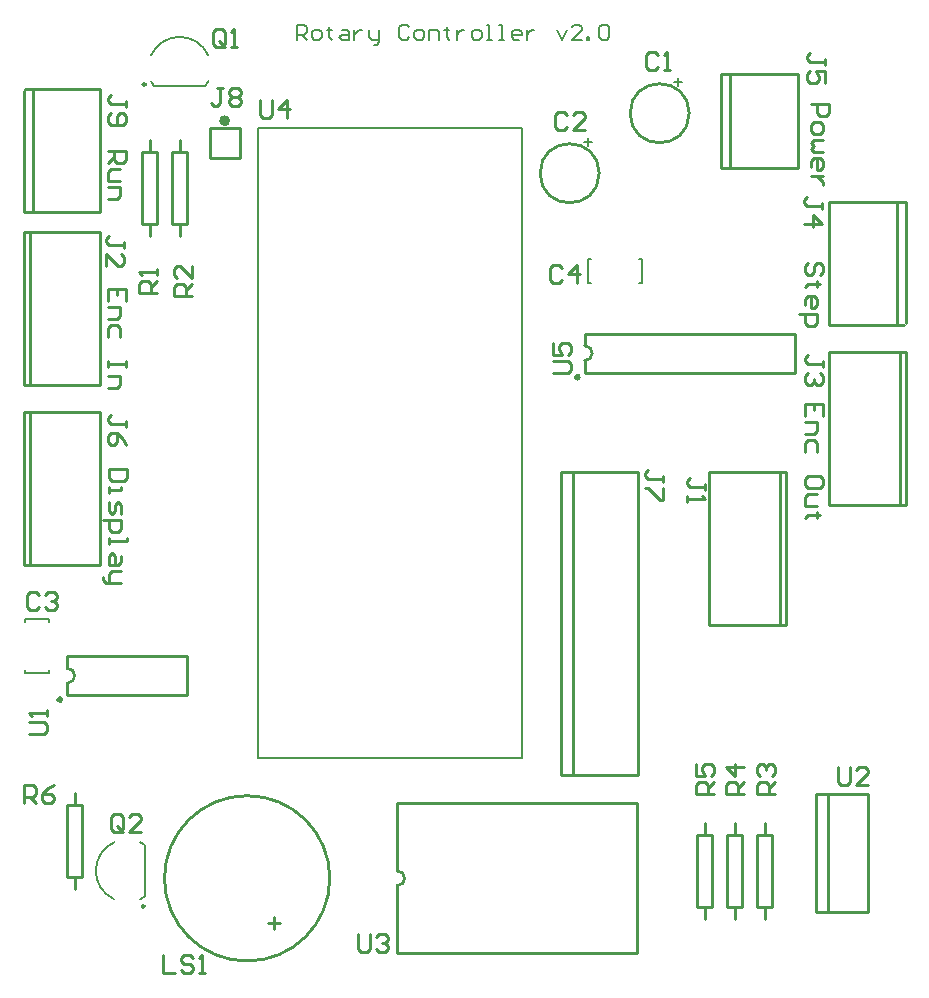
<source format=gto>
G04 Layer_Color=65535*
%FSLAX25Y25*%
%MOIN*%
G70*
G01*
G75*
%ADD10C,0.01500*%
%ADD28C,0.01000*%
%ADD29C,0.00787*%
%ADD30C,0.00984*%
%ADD31C,0.00800*%
D10*
X226000Y432500D02*
G03*
X226000Y432500I-1000J0D01*
G01*
D28*
X379842Y435000D02*
G03*
X379842Y435000I-9843J0D01*
G01*
X349843Y415000D02*
G03*
X349843Y415000I-9843J0D01*
G01*
X345000Y352500D02*
G03*
X345000Y357500I0J2500D01*
G01*
X343207Y347000D02*
G03*
X343207Y347000I-707J0D01*
G01*
X260059Y179961D02*
G03*
X260059Y179961I-27559J0D01*
G01*
X282500Y177500D02*
G03*
X282500Y182500I0J2500D01*
G01*
X170707Y239500D02*
G03*
X170707Y239500I-707J0D01*
G01*
X172500Y245000D02*
G03*
X172500Y250000I0J2500D01*
G01*
X426500Y304500D02*
X452000D01*
X426500D02*
Y355500D01*
X452000D01*
Y304500D02*
Y355500D01*
X450000Y304500D02*
Y355000D01*
X160000Y345000D02*
Y395500D01*
X158000Y344500D02*
Y395500D01*
Y344500D02*
X183500D01*
Y395500D01*
X158000D02*
X183500D01*
X386500Y264500D02*
X412000D01*
X386500D02*
Y315500D01*
X412000D01*
Y264500D02*
Y315500D01*
X410000Y264500D02*
Y315000D01*
X160000Y285000D02*
Y335500D01*
X158000Y284500D02*
Y335500D01*
Y284500D02*
X183500D01*
Y335500D01*
X158000D02*
X183500D01*
X161000Y402000D02*
Y443000D01*
X158000Y402000D02*
Y442500D01*
Y402000D02*
X183500D01*
Y443000D01*
X158500D02*
X183500D01*
X426500Y364500D02*
X451500D01*
X426500D02*
Y405500D01*
X452000D01*
Y365000D02*
Y405500D01*
X449000Y364500D02*
Y405500D01*
X345000Y348500D02*
Y352500D01*
Y357500D02*
Y361500D01*
X415000D01*
Y348500D02*
Y361500D01*
X345000Y348500D02*
X415000D01*
X175000Y176500D02*
X175000Y180500D01*
X175000Y208500D02*
X175000Y204500D01*
X172500Y180500D02*
X177500D01*
X172500D02*
Y204500D01*
X177500D01*
Y180500D02*
Y204500D01*
X282500Y155000D02*
X362500D01*
Y205000D01*
X282500D02*
X362500D01*
X282500Y182500D02*
Y205000D01*
Y155000D02*
Y177500D01*
X341000Y214500D02*
Y315500D01*
X337205Y214500D02*
Y315000D01*
X362795Y214500D02*
Y315500D01*
X337205D02*
X362795D01*
X337205Y214500D02*
X362795D01*
X390500Y448100D02*
X416000D01*
Y416900D02*
Y448100D01*
X390500Y416900D02*
X416000D01*
X390500D02*
Y448100D01*
X393500Y416900D02*
Y448100D01*
X426094Y168815D02*
Y208185D01*
X422157Y168815D02*
Y208185D01*
X439500D01*
Y168815D02*
Y208185D01*
X422157Y168815D02*
X439500D01*
X172500Y241000D02*
X212500D01*
Y254000D01*
X172500D02*
X212500D01*
X172500Y250000D02*
Y254000D01*
Y241000D02*
Y245000D01*
X385000Y166500D02*
X385000Y170500D01*
X385000Y198500D02*
X385000Y194500D01*
X382500Y170500D02*
X387500D01*
X382500D02*
Y194500D01*
X387500D01*
Y170500D02*
Y194500D01*
X395000Y166500D02*
X395000Y170500D01*
X395000Y198500D02*
X395000Y194500D01*
X392500Y170500D02*
X397500D01*
X392500D02*
Y194500D01*
X397500D01*
Y170500D02*
Y194500D01*
X405000Y166500D02*
X405000Y170500D01*
X405000Y198500D02*
X405000Y194500D01*
X402500Y170500D02*
X407500D01*
X402500D02*
Y194500D01*
X407500D01*
Y170500D02*
Y194500D01*
X220000Y420000D02*
Y430000D01*
Y420000D02*
X230000D01*
Y430000D01*
X220000D02*
X230000D01*
X200000Y422000D02*
X200000Y426000D01*
X200000Y398000D02*
X200000Y394000D01*
X197500Y422000D02*
X202500D01*
Y398000D02*
Y422000D01*
X197500Y398000D02*
X202500D01*
X197500D02*
Y422000D01*
X210000D02*
X210000Y426000D01*
X210000Y398000D02*
X210000Y394000D01*
X207500Y422000D02*
X212500D01*
Y398000D02*
Y422000D01*
X207500Y398000D02*
X212500D01*
X207500D02*
Y422000D01*
X334502Y348500D02*
X339500D01*
X340500Y349500D01*
Y351499D01*
X339500Y352499D01*
X334502D01*
Y358497D02*
Y354498D01*
X337501D01*
X336501Y356497D01*
Y357497D01*
X337501Y358497D01*
X339500D01*
X340500Y357497D01*
Y355498D01*
X339500Y354498D01*
X337499Y383498D02*
X336499Y384498D01*
X334500D01*
X333500Y383498D01*
Y379500D01*
X334500Y378500D01*
X336499D01*
X337499Y379500D01*
X342497Y378500D02*
Y384498D01*
X339498Y381499D01*
X343497D01*
X162999Y274498D02*
X161999Y275498D01*
X160000D01*
X159000Y274498D01*
Y270500D01*
X160000Y269500D01*
X161999D01*
X162999Y270500D01*
X164998Y274498D02*
X165998Y275498D01*
X167997D01*
X168997Y274498D01*
Y273499D01*
X167997Y272499D01*
X166997D01*
X167997D01*
X168997Y271499D01*
Y270500D01*
X167997Y269500D01*
X165998D01*
X164998Y270500D01*
X338999Y434498D02*
X337999Y435498D01*
X336000D01*
X335000Y434498D01*
Y430500D01*
X336000Y429500D01*
X337999D01*
X338999Y430500D01*
X344997Y429500D02*
X340998D01*
X344997Y433499D01*
Y434498D01*
X343997Y435498D01*
X341998D01*
X340998Y434498D01*
X369499Y454498D02*
X368499Y455498D01*
X366500D01*
X365500Y454498D01*
Y450500D01*
X366500Y449500D01*
X368499D01*
X369499Y450500D01*
X371498Y449500D02*
X373497D01*
X372498D01*
Y455498D01*
X371498Y454498D01*
X236650Y439448D02*
Y434450D01*
X237650Y433450D01*
X239649D01*
X240649Y434450D01*
Y439448D01*
X245647Y433450D02*
Y439448D01*
X242648Y436449D01*
X246647D01*
X158000Y205000D02*
Y210998D01*
X160999D01*
X161999Y209998D01*
Y207999D01*
X160999Y206999D01*
X158000D01*
X159999D02*
X161999Y205000D01*
X167997Y210998D02*
X165997Y209998D01*
X163998Y207999D01*
Y206000D01*
X164998Y205000D01*
X166997D01*
X167997Y206000D01*
Y206999D01*
X166997Y207999D01*
X163998D01*
X190999Y196500D02*
Y200498D01*
X189999Y201498D01*
X188000D01*
X187000Y200498D01*
Y196500D01*
X188000Y195500D01*
X189999D01*
X188999Y197499D02*
X190999Y195500D01*
X189999D02*
X190999Y196500D01*
X196997Y195500D02*
X192998D01*
X196997Y199499D01*
Y200498D01*
X195997Y201498D01*
X193998D01*
X192998Y200498D01*
X204500Y154498D02*
Y148500D01*
X208499D01*
X214497Y153498D02*
X213497Y154498D01*
X211498D01*
X210498Y153498D01*
Y152499D01*
X211498Y151499D01*
X213497D01*
X214497Y150499D01*
Y149500D01*
X213497Y148500D01*
X211498D01*
X210498Y149500D01*
X216496Y148500D02*
X218495D01*
X217496D01*
Y154498D01*
X216496Y153498D01*
X269500Y161498D02*
Y156500D01*
X270500Y155500D01*
X272499D01*
X273499Y156500D01*
Y161498D01*
X275498Y160498D02*
X276498Y161498D01*
X278497D01*
X279497Y160498D01*
Y159499D01*
X278497Y158499D01*
X277497D01*
X278497D01*
X279497Y157499D01*
Y156500D01*
X278497Y155500D01*
X276498D01*
X275498Y156500D01*
X429451Y216998D02*
Y212000D01*
X430451Y211000D01*
X432450D01*
X433450Y212000D01*
Y216998D01*
X439448Y211000D02*
X435449D01*
X439448Y214999D01*
Y215998D01*
X438448Y216998D01*
X436449D01*
X435449Y215998D01*
X159752Y228150D02*
X164750D01*
X165750Y229150D01*
Y231149D01*
X164750Y232149D01*
X159752D01*
X165750Y234148D02*
Y236147D01*
Y235148D01*
X159752D01*
X160752Y234148D01*
X408500Y208000D02*
X402502D01*
Y210999D01*
X403502Y211999D01*
X405501D01*
X406501Y210999D01*
Y208000D01*
Y209999D02*
X408500Y211999D01*
X403502Y213998D02*
X402502Y214998D01*
Y216997D01*
X403502Y217997D01*
X404501D01*
X405501Y216997D01*
Y215997D01*
Y216997D01*
X406501Y217997D01*
X407500D01*
X408500Y216997D01*
Y214998D01*
X407500Y213998D01*
X398000Y208000D02*
X392002D01*
Y210999D01*
X393002Y211999D01*
X395001D01*
X396001Y210999D01*
Y208000D01*
Y209999D02*
X398000Y211999D01*
Y216997D02*
X392002D01*
X395001Y213998D01*
Y217997D01*
X388000Y208000D02*
X382002D01*
Y210999D01*
X383002Y211999D01*
X385001D01*
X386001Y210999D01*
Y208000D01*
Y209999D02*
X388000Y211999D01*
X382002Y217997D02*
Y213998D01*
X385001D01*
X384001Y215997D01*
Y216997D01*
X385001Y217997D01*
X387000D01*
X388000Y216997D01*
Y214998D01*
X387000Y213998D01*
X214000Y374000D02*
X208002D01*
Y376999D01*
X209002Y377999D01*
X211001D01*
X212001Y376999D01*
Y374000D01*
Y375999D02*
X214000Y377999D01*
Y383997D02*
Y379998D01*
X210001Y383997D01*
X209002D01*
X208002Y382997D01*
Y380998D01*
X209002Y379998D01*
X202500Y375000D02*
X196502D01*
Y377999D01*
X197502Y378999D01*
X199501D01*
X200501Y377999D01*
Y375000D01*
Y376999D02*
X202500Y378999D01*
Y380998D02*
Y382997D01*
Y381998D01*
X196502D01*
X197502Y380998D01*
X224999Y458000D02*
Y461998D01*
X223999Y462998D01*
X222000D01*
X221000Y461998D01*
Y458000D01*
X222000Y457000D01*
X223999D01*
X222999Y458999D02*
X224999Y457000D01*
X223999D02*
X224999Y458000D01*
X226998Y457000D02*
X228997D01*
X227998D01*
Y462998D01*
X226998Y461998D01*
X420500Y438000D02*
X426498D01*
Y435001D01*
X425498Y434001D01*
X423499D01*
X422499Y435001D01*
Y438000D01*
X420500Y431002D02*
Y429003D01*
X421500Y428003D01*
X423499D01*
X424499Y429003D01*
Y431002D01*
X423499Y432002D01*
X421500D01*
X420500Y431002D01*
X424499Y426004D02*
X421500D01*
X420500Y425004D01*
X421500Y424005D01*
X420500Y423005D01*
X421500Y422005D01*
X424499D01*
X420500Y417007D02*
Y419006D01*
X421500Y420006D01*
X423499D01*
X424499Y419006D01*
Y417007D01*
X423499Y416007D01*
X422499D01*
Y420006D01*
X424499Y414008D02*
X420500D01*
X422499D01*
X423499Y413008D01*
X424499Y412008D01*
Y411009D01*
X424998Y451001D02*
Y453001D01*
Y452001D01*
X420000D01*
X419000Y453001D01*
Y454000D01*
X420000Y455000D01*
X424998Y445003D02*
Y449002D01*
X421999D01*
X422999Y447003D01*
Y446003D01*
X421999Y445003D01*
X420000D01*
X419000Y446003D01*
Y448002D01*
X420000Y449002D01*
X192498Y316500D02*
X186500D01*
Y313501D01*
X187500Y312501D01*
X191498D01*
X192498Y313501D01*
Y316500D01*
X186500Y310502D02*
Y308503D01*
Y309502D01*
X190499D01*
Y310502D01*
X186500Y305504D02*
Y302504D01*
X187500Y301505D01*
X188499Y302504D01*
Y304504D01*
X189499Y305504D01*
X190499Y304504D01*
Y301505D01*
X184501Y299505D02*
X190499D01*
Y296507D01*
X189499Y295507D01*
X187500D01*
X186500Y296507D01*
Y299505D01*
Y293507D02*
Y291508D01*
Y292508D01*
X192498D01*
Y293507D01*
X190499Y287509D02*
Y285510D01*
X189499Y284510D01*
X186500D01*
Y287509D01*
X187500Y288509D01*
X188499Y287509D01*
Y284510D01*
X190499Y282511D02*
X187500D01*
X186500Y281511D01*
Y278512D01*
X185500D01*
X184501Y279512D01*
Y280512D01*
X186500Y278512D02*
X190499D01*
X191998Y330501D02*
Y332501D01*
Y331501D01*
X187000D01*
X186000Y332501D01*
Y333500D01*
X187000Y334500D01*
X191998Y324503D02*
X190998Y326503D01*
X188999Y328502D01*
X187000D01*
X186000Y327502D01*
Y325503D01*
X187000Y324503D01*
X187999D01*
X188999Y325503D01*
Y328502D01*
X370998Y312001D02*
Y314001D01*
Y313001D01*
X366000D01*
X365000Y314001D01*
Y315000D01*
X366000Y316000D01*
X370998Y310002D02*
Y306003D01*
X369998D01*
X366000Y310002D01*
X365000D01*
X423498Y381001D02*
X424498Y382001D01*
Y384000D01*
X423498Y385000D01*
X422499D01*
X421499Y384000D01*
Y382001D01*
X420499Y381001D01*
X419500D01*
X418500Y382001D01*
Y384000D01*
X419500Y385000D01*
X423498Y378002D02*
X422499D01*
Y379002D01*
Y377003D01*
Y378002D01*
X419500D01*
X418500Y377003D01*
Y371005D02*
Y373004D01*
X419500Y374004D01*
X421499D01*
X422499Y373004D01*
Y371005D01*
X421499Y370005D01*
X420499D01*
Y374004D01*
X416501Y368005D02*
X422499D01*
Y365006D01*
X421499Y364007D01*
X419500D01*
X418500Y365006D01*
Y368005D01*
X423998Y403001D02*
Y405001D01*
Y404001D01*
X419000D01*
X418000Y405001D01*
Y406000D01*
X419000Y407000D01*
X418000Y398003D02*
X423998D01*
X420999Y401002D01*
Y397003D01*
X384998Y309501D02*
Y311501D01*
Y310501D01*
X380000D01*
X379000Y311501D01*
Y312500D01*
X380000Y313500D01*
X379000Y307502D02*
Y305503D01*
Y306502D01*
X384998D01*
X383998Y307502D01*
X191998Y372501D02*
Y376500D01*
X186000D01*
Y372501D01*
X188999Y376500D02*
Y374501D01*
X186000Y370502D02*
X189999D01*
Y367503D01*
X188999Y366503D01*
X186000D01*
X189999Y360505D02*
Y363504D01*
X188999Y364504D01*
X187000D01*
X186000Y363504D01*
Y360505D01*
X191998Y352508D02*
Y350508D01*
Y351508D01*
X186000D01*
Y352508D01*
Y350508D01*
Y347509D02*
X189999D01*
Y344510D01*
X188999Y343511D01*
X186000D01*
X191498Y390001D02*
Y392001D01*
Y391001D01*
X186500D01*
X185500Y392001D01*
Y393000D01*
X186500Y394000D01*
X185500Y384003D02*
Y388002D01*
X189499Y384003D01*
X190498D01*
X191498Y385003D01*
Y387002D01*
X190498Y388002D01*
X424498Y334001D02*
Y338000D01*
X418500D01*
Y334001D01*
X421499Y338000D02*
Y336001D01*
X418500Y332002D02*
X422499D01*
Y329003D01*
X421499Y328003D01*
X418500D01*
X422499Y322005D02*
Y325004D01*
X421499Y326004D01*
X419500D01*
X418500Y325004D01*
Y322005D01*
X424498Y311009D02*
Y313008D01*
X423498Y314008D01*
X419500D01*
X418500Y313008D01*
Y311009D01*
X419500Y310009D01*
X423498D01*
X424498Y311009D01*
X422499Y308010D02*
X419500D01*
X418500Y307010D01*
Y304011D01*
X422499D01*
X423498Y301012D02*
X422499D01*
Y302012D01*
Y300012D01*
Y301012D01*
X419500D01*
X418500Y300012D01*
X424498Y350501D02*
Y352501D01*
Y351501D01*
X419500D01*
X418500Y352501D01*
Y353500D01*
X419500Y354500D01*
X423498Y348502D02*
X424498Y347502D01*
Y345503D01*
X423498Y344503D01*
X422499D01*
X421499Y345503D01*
Y346503D01*
Y345503D01*
X420499Y344503D01*
X419500D01*
X418500Y345503D01*
Y347502D01*
X419500Y348502D01*
X224449Y443248D02*
X222449D01*
X223449D01*
Y438250D01*
X222449Y437250D01*
X221450D01*
X220450Y438250D01*
X226448Y442248D02*
X227448Y443248D01*
X229447D01*
X230447Y442248D01*
Y441249D01*
X229447Y440249D01*
X230447Y439249D01*
Y438250D01*
X229447Y437250D01*
X227448D01*
X226448Y438250D01*
Y439249D01*
X227448Y440249D01*
X226448Y441249D01*
Y442248D01*
X227448Y440249D02*
X229447D01*
X186000Y422500D02*
X191998D01*
Y419501D01*
X190998Y418501D01*
X188999D01*
X187999Y419501D01*
Y422500D01*
Y420501D02*
X186000Y418501D01*
X189999Y416502D02*
X187000D01*
X186000Y415502D01*
Y412503D01*
X189999D01*
X186000Y410504D02*
X189999D01*
Y407505D01*
X188999Y406505D01*
X186000D01*
X191998Y437001D02*
Y439001D01*
Y438001D01*
X187000D01*
X186000Y439001D01*
Y440000D01*
X187000Y441000D01*
Y435002D02*
X186000Y434002D01*
Y432003D01*
X187000Y431003D01*
X190998D01*
X191998Y432003D01*
Y434002D01*
X190998Y435002D01*
X189999D01*
X188999Y434002D01*
Y431003D01*
X241501Y163000D02*
Y166999D01*
X239502Y164999D02*
X243500D01*
D29*
X198484Y191046D02*
G03*
X196799Y192006I-5984J-8546D01*
G01*
Y172994D02*
G03*
X198484Y173954I-4299J9506D01*
G01*
X188201Y192006D02*
G03*
X188201Y172994I4299J-9506D01*
G01*
X218546Y444016D02*
G03*
X219506Y445701I-8546J5984D01*
G01*
X200494D02*
G03*
X201454Y444016I9506J4299D01*
G01*
X219506Y454299D02*
G03*
X200494Y454299I-9506J-4299D01*
G01*
X198484Y173954D02*
Y191046D01*
X201454Y444016D02*
X218546D01*
D30*
X198390Y170677D02*
G03*
X198390Y170677I-492J0D01*
G01*
X198669Y444602D02*
G03*
X198669Y444602I-492J0D01*
G01*
D31*
X363000Y378500D02*
X364000D01*
Y386500D01*
X363000D02*
X364000D01*
X346000Y378500D02*
X347000D01*
X346000D02*
Y386500D01*
X347000D01*
X158500Y248500D02*
Y249500D01*
Y248500D02*
X166500D01*
Y249500D01*
X158500Y265500D02*
Y266500D01*
X166500D01*
Y265500D02*
Y266500D01*
X236000Y220000D02*
Y430000D01*
Y220000D02*
X324000D01*
Y430000D01*
X236000D02*
X324000D01*
X376199Y446800D02*
Y444134D01*
X377532Y445467D02*
X374866D01*
X346199Y426800D02*
Y424134D01*
X347532Y425467D02*
X344866D01*
X249000Y459500D02*
Y464498D01*
X251499D01*
X252332Y463665D01*
Y461999D01*
X251499Y461166D01*
X249000D01*
X250666D02*
X252332Y459500D01*
X254831D02*
X256498D01*
X257331Y460333D01*
Y461999D01*
X256498Y462832D01*
X254831D01*
X253998Y461999D01*
Y460333D01*
X254831Y459500D01*
X259830Y463665D02*
Y462832D01*
X258997D01*
X260663D01*
X259830D01*
Y460333D01*
X260663Y459500D01*
X263995Y462832D02*
X265661D01*
X266494Y461999D01*
Y459500D01*
X263995D01*
X263162Y460333D01*
X263995Y461166D01*
X266494D01*
X268161Y462832D02*
Y459500D01*
Y461166D01*
X268993Y461999D01*
X269827Y462832D01*
X270660D01*
X273159D02*
Y460333D01*
X273992Y459500D01*
X276491D01*
Y458667D01*
X275658Y457834D01*
X274825D01*
X276491Y459500D02*
Y462832D01*
X286488Y463665D02*
X285655Y464498D01*
X283989D01*
X283156Y463665D01*
Y460333D01*
X283989Y459500D01*
X285655D01*
X286488Y460333D01*
X288987Y459500D02*
X290653D01*
X291486Y460333D01*
Y461999D01*
X290653Y462832D01*
X288987D01*
X288154Y461999D01*
Y460333D01*
X288987Y459500D01*
X293152D02*
Y462832D01*
X295652D01*
X296485Y461999D01*
Y459500D01*
X298984Y463665D02*
Y462832D01*
X298151D01*
X299817D01*
X298984D01*
Y460333D01*
X299817Y459500D01*
X302316Y462832D02*
Y459500D01*
Y461166D01*
X303149Y461999D01*
X303982Y462832D01*
X304815D01*
X308148Y459500D02*
X309814D01*
X310647Y460333D01*
Y461999D01*
X309814Y462832D01*
X308148D01*
X307314Y461999D01*
Y460333D01*
X308148Y459500D01*
X312313D02*
X313979D01*
X313146D01*
Y464498D01*
X312313D01*
X316478Y459500D02*
X318144D01*
X317311D01*
Y464498D01*
X316478D01*
X323143Y459500D02*
X321477D01*
X320643Y460333D01*
Y461999D01*
X321477Y462832D01*
X323143D01*
X323976Y461999D01*
Y461166D01*
X320643D01*
X325642Y462832D02*
Y459500D01*
Y461166D01*
X326475Y461999D01*
X327308Y462832D01*
X328141D01*
X335639D02*
X337305Y459500D01*
X338971Y462832D01*
X343969Y459500D02*
X340637D01*
X343969Y462832D01*
Y463665D01*
X343136Y464498D01*
X341470D01*
X340637Y463665D01*
X345635Y459500D02*
Y460333D01*
X346468D01*
Y459500D01*
X345635D01*
X349801Y463665D02*
X350634Y464498D01*
X352300D01*
X353133Y463665D01*
Y460333D01*
X352300Y459500D01*
X350634D01*
X349801Y460333D01*
Y463665D01*
M02*

</source>
